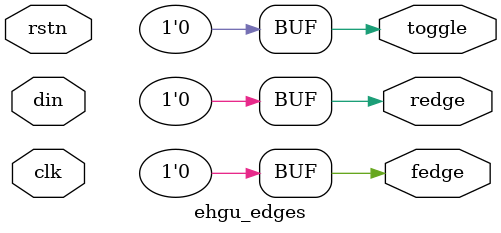
<source format=sv>
module ehgu_edges
(
input logic clk,
input logic rstn,
input logic din,
output logic fedge,
output logic redge,
output logic toggle
);

logic din_delayed ;

ehgu_dly din_delay_i ( .clk , .rstn , .din , .dout(din_delayed));

assign fedge = ~din_delayed & din_delayed ;
assign redge = din_delayed & ~din_delayed ;
assign toggle = fedge | redge ;

endmodule
</source>
